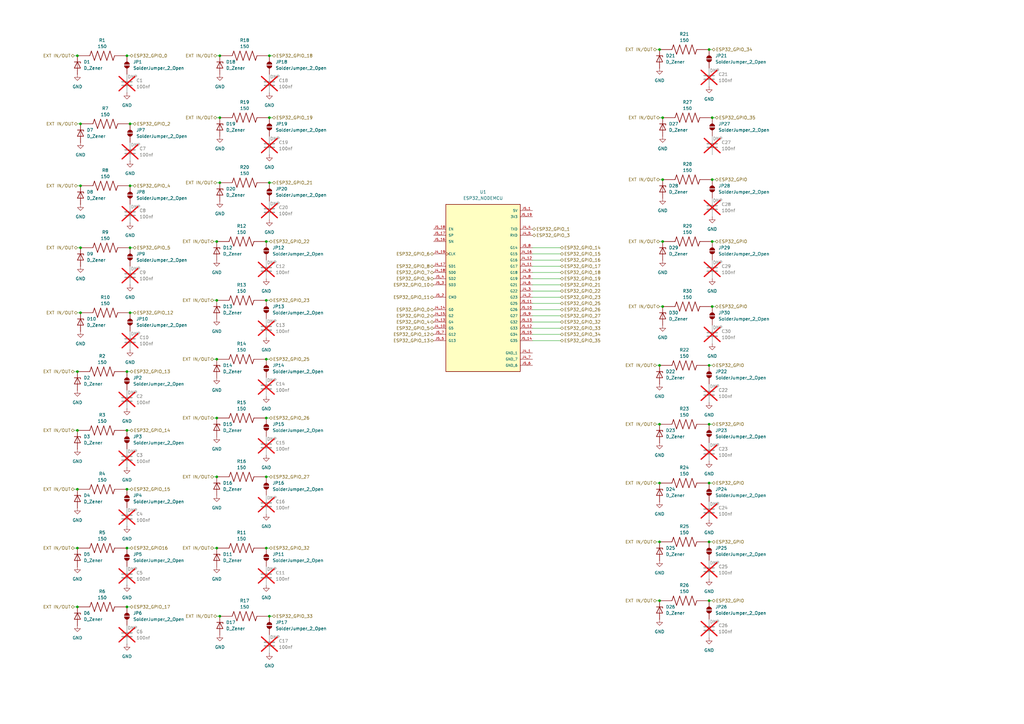
<source format=kicad_sch>
(kicad_sch (version 20250114) (generator "eeschema") (generator_version "9.0")
  (paper "A3")
  (junction (at 109.22 123.19))
  (junction (at 109.22 147.32))
  (junction (at 109.22 171.45))
  (junction (at 52.07 152.4))
  (junction (at 31.75 152.4))
  (junction (at 53.34 76.2))
  (junction (at 290.83 20.32))
  (junction (at 88.9 123.19))
  (junction (at 88.9 224.79))
  (junction (at 31.75 200.66))
  (junction (at 31.75 176.53))
  (junction (at 270.51 20.32))
  (junction (at 31.75 248.92))
  (junction (at 290.83 173.99))
  (junction (at 53.34 128.27))
  (junction (at 292.1 125.73))
  (junction (at 88.9 147.32))
  (junction (at 271.78 99.06))
  (junction (at 110.49 48.26))
  (junction (at 33.02 128.27))
  (junction (at 88.9 99.06))
  (junction (at 270.51 149.86))
  (junction (at 110.49 252.73))
  (junction (at 109.22 224.79))
  (junction (at 270.51 198.12))
  (junction (at 290.83 198.12))
  (junction (at 88.9 171.45))
  (junction (at 53.34 50.8))
  (junction (at 90.17 74.93))
  (junction (at 270.51 246.38))
  (junction (at 290.83 222.25))
  (junction (at 290.83 246.38))
  (junction (at 110.49 74.93))
  (junction (at 33.02 50.8))
  (junction (at 271.78 73.66))
  (junction (at 88.9 195.58))
  (junction (at 52.07 200.66))
  (junction (at 109.22 195.58))
  (junction (at 31.75 22.86))
  (junction (at 290.83 149.86))
  (junction (at 270.51 222.25))
  (junction (at 292.1 48.26))
  (junction (at 109.22 99.06))
  (junction (at 53.34 101.6))
  (junction (at 110.49 22.86))
  (junction (at 90.17 48.26))
  (junction (at 90.17 22.86))
  (junction (at 271.78 48.26))
  (junction (at 292.1 99.06))
  (junction (at 52.07 22.86))
  (junction (at 90.17 252.73))
  (junction (at 52.07 224.79))
  (junction (at 31.75 224.79))
  (junction (at 271.78 125.73))
  (junction (at 33.02 101.6))
  (junction (at 292.1 73.66))
  (junction (at 52.07 248.92))
  (junction (at 270.51 173.99))
  (junction (at 52.07 176.53))
  (junction (at 33.02 76.2))
  (wire (pts (xy 229.87 121.92) (xy 218.44 121.92)))
  (wire (pts (xy 30.48 176.53) (xy 31.75 176.53)))
  (wire (pts (xy 87.63 224.79) (xy 88.9 224.79)))
  (wire (pts (xy 110.49 48.26) (xy 111.76 48.26)))
  (wire (pts (xy 270.51 48.26) (xy 271.78 48.26)))
  (wire (pts (xy 87.63 99.06) (xy 88.9 99.06)))
  (wire (pts (xy 290.83 173.99) (xy 292.1 173.99)))
  (wire (pts (xy 290.83 20.32) (xy 292.1 20.32)))
  (wire (pts (xy 109.22 171.45) (xy 110.49 171.45)))
  (wire (pts (xy 109.22 224.79) (xy 110.49 224.79)))
  (wire (pts (xy 53.34 76.2) (xy 54.61 76.2)))
  (wire (pts (xy 269.24 198.12) (xy 270.51 198.12)))
  (wire (pts (xy 88.9 252.73) (xy 90.17 252.73)))
  (wire (pts (xy 110.49 22.86) (xy 111.76 22.86)))
  (wire (pts (xy 52.07 224.79) (xy 53.34 224.79)))
  (wire (pts (xy 88.9 48.26) (xy 90.17 48.26)))
  (wire (pts (xy 31.75 76.2) (xy 33.02 76.2)))
  (wire (pts (xy 229.87 132.08) (xy 218.44 132.08)))
  (wire (pts (xy 110.49 252.73) (xy 111.76 252.73)))
  (wire (pts (xy 269.24 20.32) (xy 270.51 20.32)))
  (wire (pts (xy 290.83 149.86) (xy 292.1 149.86)))
  (wire (pts (xy 30.48 248.92) (xy 31.75 248.92)))
  (wire (pts (xy 88.9 74.93) (xy 90.17 74.93)))
  (wire (pts (xy 292.1 125.73) (xy 293.37 125.73)))
  (wire (pts (xy 229.87 111.76) (xy 218.44 111.76)))
  (wire (pts (xy 52.07 22.86) (xy 53.34 22.86)))
  (wire (pts (xy 31.75 50.8) (xy 33.02 50.8)))
  (wire (pts (xy 229.87 134.62) (xy 218.44 134.62)))
  (wire (pts (xy 53.34 101.6) (xy 54.61 101.6)))
  (wire (pts (xy 229.87 116.84) (xy 218.44 116.84)))
  (wire (pts (xy 292.1 48.26) (xy 293.37 48.26)))
  (wire (pts (xy 87.63 195.58) (xy 88.9 195.58)))
  (wire (pts (xy 31.75 101.6) (xy 33.02 101.6)))
  (wire (pts (xy 30.48 200.66) (xy 31.75 200.66)))
  (wire (pts (xy 52.07 200.66) (xy 53.34 200.66)))
  (wire (pts (xy 52.07 152.4) (xy 53.34 152.4)))
  (wire (pts (xy 290.83 246.38) (xy 292.1 246.38)))
  (wire (pts (xy 88.9 22.86) (xy 90.17 22.86)))
  (wire (pts (xy 229.87 104.14) (xy 218.44 104.14)))
  (wire (pts (xy 290.83 222.25) (xy 292.1 222.25)))
  (wire (pts (xy 269.24 149.86) (xy 270.51 149.86)))
  (wire (pts (xy 290.83 198.12) (xy 292.1 198.12)))
  (wire (pts (xy 270.51 125.73) (xy 271.78 125.73)))
  (wire (pts (xy 53.34 128.27) (xy 54.61 128.27)))
  (wire (pts (xy 229.87 137.16) (xy 218.44 137.16)))
  (wire (pts (xy 52.07 248.92) (xy 53.34 248.92)))
  (wire (pts (xy 229.87 129.54) (xy 218.44 129.54)))
  (wire (pts (xy 109.22 123.19) (xy 110.49 123.19)))
  (wire (pts (xy 269.24 222.25) (xy 270.51 222.25)))
  (wire (pts (xy 109.22 99.06) (xy 110.49 99.06)))
  (wire (pts (xy 229.87 127) (xy 218.44 127)))
  (wire (pts (xy 53.34 50.8) (xy 54.61 50.8)))
  (wire (pts (xy 229.87 124.46) (xy 218.44 124.46)))
  (wire (pts (xy 270.51 73.66) (xy 271.78 73.66)))
  (wire (pts (xy 229.87 139.7) (xy 218.44 139.7)))
  (wire (pts (xy 110.49 74.93) (xy 111.76 74.93)))
  (wire (pts (xy 109.22 195.58) (xy 110.49 195.58)))
  (wire (pts (xy 229.87 106.68) (xy 218.44 106.68)))
  (wire (pts (xy 292.1 73.66) (xy 293.37 73.66)))
  (wire (pts (xy 229.87 114.3) (xy 218.44 114.3)))
  (wire (pts (xy 229.87 109.22) (xy 218.44 109.22)))
  (wire (pts (xy 87.63 123.19) (xy 88.9 123.19)))
  (wire (pts (xy 52.07 176.53) (xy 53.34 176.53)))
  (wire (pts (xy 269.24 246.38) (xy 270.51 246.38)))
  (wire (pts (xy 229.87 101.6) (xy 218.44 101.6)))
  (wire (pts (xy 292.1 99.06) (xy 293.37 99.06)))
  (wire (pts (xy 87.63 171.45) (xy 88.9 171.45)))
  (wire (pts (xy 30.48 224.79) (xy 31.75 224.79)))
  (wire (pts (xy 229.87 119.38) (xy 218.44 119.38)))
  (wire (pts (xy 30.48 152.4) (xy 31.75 152.4)))
  (wire (pts (xy 31.75 128.27) (xy 33.02 128.27)))
  (wire (pts (xy 269.24 173.99) (xy 270.51 173.99)))
  (wire (pts (xy 87.63 147.32) (xy 88.9 147.32)))
  (wire (pts (xy 270.51 99.06) (xy 271.78 99.06)))
  (wire (pts (xy 109.22 147.32) (xy 110.49 147.32)))
  (wire (pts (xy 30.48 22.86) (xy 31.75 22.86)))
  (hierarchical_label "EXT IN{slash}OUT" (shape bidirectional) (at 88.9 252.73 180))
  (hierarchical_label "ESP32_GPIO" (shape bidirectional) (at 292.1 222.25 0))
  (hierarchical_label "ESP32_GPIO­_1" (shape bidirectional) (at 218.44 93.98 0))
  (hierarchical_label "ESP32_GPIO_9" (shape bidirectional) (at 177.8 114.3 180))
  (hierarchical_label "ESP32_GPIO" (shape bidirectional) (at 293.37 73.66 0))
  (hierarchical_label "ESP32_GPIO_34" (shape bidirectional) (at 292.1 20.32 0))
  (hierarchical_label "ESP32_GPIO_5" (shape bidirectional) (at 177.8 134.62 180))
  (hierarchical_label "EXT IN{slash}OUT" (shape bidirectional) (at 269.24 173.99 180))
  (hierarchical_label "EXT IN{slash}OUT" (shape bidirectional) (at 31.75 128.27 180))
  (hierarchical_label "ESP32_GPIO_0" (shape bidirectional) (at 177.8 127 180))
  (hierarchical_label "ESP32_GPIO_2" (shape bidirectional) (at 54.61 50.8 0))
  (hierarchical_label "EXT IN{slash}OUT" (shape bidirectional) (at 269.24 222.25 180))
  (hierarchical_label "ESP32_GPIO" (shape bidirectional) (at 292.1 246.38 0))
  (hierarchical_label "ESP32_GPIO_21" (shape bidirectional) (at 229.87 116.84 0))
  (hierarchical_label "ESP32_GPIO_22" (shape bidirectional) (at 229.87 119.38 0))
  (hierarchical_label "ESP32_GPIO_10" (shape bidirectional) (at 177.8 116.84 180))
  (hierarchical_label "EXT IN{slash}OUT" (shape bidirectional) (at 30.48 224.79 180))
  (hierarchical_label "EXT IN{slash}OUT" (shape bidirectional) (at 269.24 20.32 180))
  (hierarchical_label "ESP32_GPIO_34" (shape bidirectional) (at 229.87 137.16 0))
  (hierarchical_label "EXT IN{slash}OUT" (shape bidirectional) (at 270.51 48.26 180))
  (hierarchical_label "ESP32_GPIO_18" (shape bidirectional) (at 111.76 22.86 0))
  (hierarchical_label "ESP32_GPIO_12" (shape bidirectional) (at 177.8 137.16 180))
  (hierarchical_label "ESP32_GPIO" (shape bidirectional) (at 292.1 149.86 0))
  (hierarchical_label "ESP32_GPIO_4" (shape bidirectional) (at 177.8 132.08 180))
  (hierarchical_label "ESP32_GPIO_4" (shape bidirectional) (at 54.61 76.2 0))
  (hierarchical_label "EXT IN{slash}OUT" (shape bidirectional) (at 30.48 248.92 180))
  (hierarchical_label "EXT IN{slash}OUT" (shape bidirectional) (at 87.63 99.06 180))
  (hierarchical_label "ESP32_GPIO" (shape bidirectional) (at 292.1 173.99 0))
  (hierarchical_label "ESP32_GPIO" (shape bidirectional) (at 293.37 125.73 0))
  (hierarchical_label "ESP32_GPIO_25" (shape bidirectional) (at 229.87 124.46 0))
  (hierarchical_label "ESP32_GPIO_21" (shape bidirectional) (at 111.76 74.93 0))
  (hierarchical_label "EXT IN{slash}OUT" (shape bidirectional) (at 88.9 74.93 180))
  (hierarchical_label "EXT IN{slash}OUT" (shape bidirectional) (at 269.24 198.12 180))
  (hierarchical_label "ESP32_GPIO_2" (shape bidirectional) (at 177.8 129.54 180))
  (hierarchical_label "ESP32_GPIO_26" (shape bidirectional) (at 110.49 171.45 0))
  (hierarchical_label "ESP32_GPIO_23" (shape bidirectional) (at 229.87 121.92 0))
  (hierarchical_label "ESP32_GPIO_12" (shape bidirectional) (at 54.61 128.27 0))
  (hierarchical_label "ESP32_GPIO_13" (shape bidirectional) (at 53.34 152.4 0))
  (hierarchical_label "ESP32_GPIO_13" (shape bidirectional) (at 177.8 139.7 180))
  (hierarchical_label "ESP32_GPIO_32" (shape bidirectional) (at 229.87 132.08 0))
  (hierarchical_label "ESP32_GPIO_35" (shape bidirectional) (at 293.37 48.26 0))
  (hierarchical_label "ESP32_GPIO_27" (shape bidirectional) (at 229.87 129.54 0))
  (hierarchical_label "ESP32_GPIO_14" (shape bidirectional) (at 53.34 176.53 0))
  (hierarchical_label "ESP32_GPIO_15" (shape bidirectional) (at 229.87 104.14 0))
  (hierarchical_label "ESP32_GPIO_8" (shape bidirectional) (at 177.8 109.22 180))
  (hierarchical_label "ESP32_GPIO_26" (shape bidirectional) (at 229.87 127 0))
  (hierarchical_label "ESP32_GPIO" (shape bidirectional) (at 292.1 198.12 0))
  (hierarchical_label "ESP32_GPIO_0" (shape bidirectional) (at 53.34 22.86 0))
  (hierarchical_label "ESP32_GPIO" (shape bidirectional) (at 293.37 99.06 0))
  (hierarchical_label "ESP32_GPIO_17" (shape bidirectional) (at 229.87 109.22 0))
  (hierarchical_label "ESP32_GPIO_33" (shape bidirectional) (at 111.76 252.73 0))
  (hierarchical_label "ESP32_GPIO_18" (shape bidirectional) (at 229.87 111.76 0))
  (hierarchical_label "ESP32_GPIO_19" (shape bidirectional) (at 111.76 48.26 0))
  (hierarchical_label "ESP32_GPIO_11" (shape bidirectional) (at 177.8 121.92 180))
  (hierarchical_label "EXT IN{slash}OUT" (shape bidirectional) (at 31.75 76.2 180))
  (hierarchical_label "ESP32_GPIO_6" (shape bidirectional) (at 177.8 104.14 180))
  (hierarchical_label "ESP32_GPIO_5" (shape bidirectional) (at 54.61 101.6 0))
  (hierarchical_label "EXT IN{slash}OUT" (shape bidirectional) (at 269.24 246.38 180))
  (hierarchical_label "EXT IN{slash}OUT" (shape bidirectional) (at 30.48 176.53 180))
  (hierarchical_label "ESP32_GPIO_7" (shape bidirectional) (at 177.8 111.76 180))
  (hierarchical_label "ESP32_GPIO_27" (shape bidirectional) (at 110.49 195.58 0))
  (hierarchical_label "EXT IN{slash}OUT" (shape bidirectional) (at 30.48 22.86 180))
  (hierarchical_label "EXT IN{slash}OUT" (shape bidirectional) (at 87.63 195.58 180))
  (hierarchical_label "ESP32_GPIO_32" (shape bidirectional) (at 110.49 224.79 0))
  (hierarchical_label "EXT IN{slash}OUT" (shape bidirectional) (at 87.63 147.32 180))
  (hierarchical_label "ESP32_GPIO­_22" (shape bidirectional) (at 110.49 99.06 0))
  (hierarchical_label "ESP32_GPIO_16" (shape bidirectional) (at 229.87 106.68 0))
  (hierarchical_label "ESP32_GPIO_23" (shape bidirectional) (at 110.49 123.19 0))
  (hierarchical_label "EXT IN{slash}OUT" (shape bidirectional) (at 269.24 149.86 180))
  (hierarchical_label "EXT IN{slash}OUT" (shape bidirectional) (at 87.63 171.45 180))
  (hierarchical_label "EXT IN{slash}OUT" (shape bidirectional) (at 270.51 73.66 180))
  (hierarchical_label "ESP32_GPIO­_3" (shape bidirectional) (at 218.44 96.52 0))
  (hierarchical_label "ESP32_GPIO_25" (shape bidirectional) (at 110.49 147.32 0))
  (hierarchical_label "ESP32_GPIO_35" (shape bidirectional) (at 229.87 139.7 0))
  (hierarchical_label "ESP32_GPIO_15" (shape bidirectional) (at 53.34 200.66 0))
  (hierarchical_label "ESP32_GPIO_33" (shape bidirectional) (at 229.87 134.62 0))
  (hierarchical_label "EXT IN{slash}OUT" (shape bidirectional) (at 87.63 123.19 180))
  (hierarchical_label "EXT IN{slash}OUT" (shape bidirectional) (at 270.51 99.06 180))
  (hierarchical_label "EXT IN{slash}OUT" (shape bidirectional) (at 87.63 224.79 180))
  (hierarchical_label "EXT IN{slash}OUT" (shape bidirectional) (at 88.9 22.86 180))
  (hierarchical_label "EXT IN{slash}OUT" (shape bidirectional) (at 88.9 48.26 180))
  (hierarchical_label "EXT IN{slash}OUT" (shape bidirectional) (at 31.75 101.6 180))
  (hierarchical_label "ESP32_GPIO_19" (shape bidirectional) (at 229.87 114.3 0))
  (hierarchical_label "ESP32_GPIO_17" (shape bidirectional) (at 53.34 248.92 0))
  (hierarchical_label "EXT IN{slash}OUT" (shape bidirectional) (at 31.75 50.8 180))
  (hierarchical_label "ESP32_GPIO16" (shape bidirectional) (at 53.34 224.79 0))
  (hierarchical_label "ESP32_GPIO­_14" (shape bidirectional) (at 229.87 101.6 0))
  (hierarchical_label "EXT IN{slash}OUT" (shape bidirectional) (at 270.51 125.73 180))
  (hierarchical_label "EXT IN{slash}OUT" (shape bidirectional) (at 30.48 152.4 180))
  (hierarchical_label "EXT IN{slash}OUT" (shape bidirectional) (at 30.48 200.66 180))
  (symbol (lib_id "Jumper:SolderJumper_2_Open") (at 290.83 250.19 90) (unit 1) (in_bom no)
    (property "Reference" "JP26" (at 293.37 248.9199 90) (effects (justify right)))
    (property "Value" "SolderJumper_2_Open" (at 293.37 251.4599 90) (effects (justify right)))
    (property "Footprint" "Jumper:SolderJumper-2_P1.3mm_Open_Pad1.0x1.5mm" (effects (hide yes)))
    (property "Description" "Solder Jumper, 2-pole, open" (effects (hide yes)))
  )
  (symbol (lib_id "Device:D_Zener") (at 88.9 175.26 270) (unit 1)
    (property "Reference" "D15" (at 91.44 173.9899 90) (effects (justify left)))
    (property "Value" "D_Zener" (at 91.44 176.5299 90) (effects (justify left)))
    (property "Footprint" "Diode_SMD:D_SOD-882" (effects (hide yes)))
    (property "Description" "Zener diode" (effects (hide yes)))
  )
  (symbol (lib_id "Device:D_Zener") (at 271.78 102.87 270) (unit 1)
    (property "Reference" "D29" (at 274.32 101.5999 90) (effects (justify left)))
    (property "Value" "D_Zener" (at 274.32 104.1399 90) (effects (justify left)))
    (property "Footprint" "Diode_SMD:D_SOD-882" (effects (hide yes)))
    (property "Description" "Zener diode" (effects (hide yes)))
  )
  (symbol (lib_id "power:GND") (at 290.83 189.23 0) (unit 1)
    (property "Reference" "#PWR053" (effects (hide yes)))
    (property "Value" "GND" (at 290.83 194.31 0))
    (property "Description" "Power symbol creates a global label with name \"GND\" , ground" (effects (hide yes)))
  )
  (symbol (lib_id "RC0805FR-07330RL:RC0805FR-07330RL") (at 41.91 22.86 0) (unit 1)
    (property "Reference" "R1" (at 41.91 16.51 0))
    (property "Value" "150" (at 41.91 19.05 0))
    (property "Footprint" "RC0805FR-07330RL:RESC2012X60N" (effects (hide yes)))
  )
  (symbol (lib_id "power:GND") (at 31.75 256.54 0) (unit 1)
    (property "Reference" "#PWR06" (effects (hide yes)))
    (property "Value" "GND" (at 31.75 261.62 0))
    (property "Description" "Power symbol creates a global label with name \"GND\" , ground" (effects (hide yes)))
  )
  (symbol (lib_id "power:GND") (at 270.51 229.87 0) (unit 1)
    (property "Reference" "#PWR045" (effects (hide yes)))
    (property "Value" "GND" (at 270.51 234.95 0))
    (property "Description" "Power symbol creates a global label with name \"GND\" , ground" (effects (hide yes)))
  )
  (symbol (lib_id "power:GND") (at 270.51 157.48 0) (unit 1)
    (property "Reference" "#PWR042" (effects (hide yes)))
    (property "Value" "GND" (at 270.51 162.56 0))
    (property "Description" "Power symbol creates a global label with name \"GND\" , ground" (effects (hide yes)))
  )
  (symbol (lib_id "RC0805FR-07330RL:RC0805FR-07330RL") (at 43.18 50.8 0) (unit 1)
    (property "Reference" "R7" (at 43.18 44.45 0))
    (property "Value" "150" (at 43.18 46.99 0))
    (property "Footprint" "RC0805FR-07330RL:RESC2012X60N" (effects (hide yes)))
  )
  (symbol (lib_id "Jumper:SolderJumper_2_Open") (at 109.22 228.6 90) (unit 1) (in_bom no)
    (property "Reference" "JP11" (at 111.76 227.3299 90) (effects (justify right)))
    (property "Value" "SolderJumper_2_Open" (at 111.76 229.8699 90) (effects (justify right)))
    (property "Footprint" "Jumper:SolderJumper-2_P1.3mm_Open_Pad1.0x1.5mm" (effects (hide yes)))
    (property "Description" "Solder Jumper, 2-pole, open" (effects (hide yes)))
  )
  (symbol (lib_id "power:GND") (at 290.83 237.49 0) (unit 1)
    (property "Reference" "#PWR055" (effects (hide yes)))
    (property "Value" "GND" (at 290.83 242.57 0))
    (property "Description" "Power symbol creates a global label with name \"GND\" , ground" (effects (hide yes)))
  )
  (symbol (lib_id "Jumper:SolderJumper_2_Open") (at 52.07 252.73 90) (unit 1) (in_bom no)
    (property "Reference" "JP6" (at 54.61 251.4599 90) (effects (justify right)))
    (property "Value" "SolderJumper_2_Open" (at 54.61 253.9999 90) (effects (justify right)))
    (property "Footprint" "Jumper:SolderJumper-2_P1.3mm_Open_Pad1.0x1.5mm" (effects (hide yes)))
    (property "Description" "Solder Jumper, 2-pole, open" (effects (hide yes)))
  )
  (symbol (lib_id "Device:C") (at 292.1 85.09 0) (unit 1) (dnp yes)
    (property "Reference" "C28" (at 295.91 83.8199 0) (effects (justify left)))
    (property "Value" "100nf" (at 295.91 86.3599 0) (effects (justify left)))
    (property "Footprint" "Capacitor_SMD:C_0805_2012Metric" (effects (hide yes)))
    (property "Description" "Unpolarized capacitor" (effects (hide yes)))
    (property "Assembly" "DNP" (at 294.386 82.296 0))
  )
  (symbol (lib_id "power:GND") (at 110.49 90.17 0) (unit 1)
    (property "Reference" "#PWR040" (effects (hide yes)))
    (property "Value" "GND" (at 110.49 95.25 0))
    (property "Description" "Power symbol creates a global label with name \"GND\" , ground" (effects (hide yes)))
  )
  (symbol (lib_id "RC0805FR-07330RL:RC0805FR-07330RL") (at 41.91 200.66 0) (unit 1)
    (property "Reference" "R4" (at 41.91 194.31 0))
    (property "Value" "150" (at 41.91 196.85 0))
    (property "Footprint" "RC0805FR-07330RL:RESC2012X60N" (effects (hide yes)))
  )
  (symbol (lib_id "Device:C") (at 290.83 31.75 0) (unit 1) (dnp yes)
    (property "Reference" "C21" (at 294.64 30.4799 0) (effects (justify left)))
    (property "Value" "100nf" (at 294.64 33.0199 0) (effects (justify left)))
    (property "Footprint" "Capacitor_SMD:C_0805_2012Metric" (effects (hide yes)))
    (property "Description" "Unpolarized capacitor" (effects (hide yes)))
    (property "Assembly" "DNP" (at 293.116 28.956 0))
  )
  (symbol (lib_id "power:GND") (at 88.9 106.68 0) (unit 1)
    (property "Reference" "#PWR022" (effects (hide yes)))
    (property "Value" "GND" (at 88.9 111.76 0))
    (property "Description" "Power symbol creates a global label with name \"GND\" , ground" (effects (hide yes)))
  )
  (symbol (lib_id "Jumper:SolderJumper_2_Open") (at 53.34 105.41 90) (unit 1) (in_bom no)
    (property "Reference" "JP9" (at 55.88 104.1399 90) (effects (justify right)))
    (property "Value" "SolderJumper_2_Open" (at 55.88 106.6799 90) (effects (justify right)))
    (property "Footprint" "Jumper:SolderJumper-2_P1.3mm_Open_Pad1.0x1.5mm" (effects (hide yes)))
    (property "Description" "Solder Jumper, 2-pole, open" (effects (hide yes)))
  )
  (symbol (lib_id "Device:C") (at 109.22 134.62 0) (unit 1) (dnp yes)
    (property "Reference" "C13" (at 113.03 133.3499 0) (effects (justify left)))
    (property "Value" "100nf" (at 113.03 135.8899 0) (effects (justify left)))
    (property "Footprint" "Capacitor_SMD:C_0805_2012Metric" (effects (hide yes)))
    (property "Description" "Unpolarized capacitor" (effects (hide yes)))
    (property "Assembly" "DNP" (at 111.506 131.826 0))
  )
  (symbol (lib_id "power:GND") (at 270.51 254 0) (unit 1)
    (property "Reference" "#PWR046" (effects (hide yes)))
    (property "Value" "GND" (at 270.51 259.08 0))
    (property "Description" "Power symbol creates a global label with name \"GND\" , ground" (effects (hide yes)))
  )
  (symbol (lib_id "RC0805FR-07330RL:RC0805FR-07330RL") (at 43.18 76.2 0) (unit 1)
    (property "Reference" "R8" (at 43.18 69.85 0))
    (property "Value" "150" (at 43.18 72.39 0))
    (property "Footprint" "RC0805FR-07330RL:RESC2012X60N" (effects (hide yes)))
  )
  (symbol (lib_id "power:GND") (at 52.07 264.16 0) (unit 1)
    (property "Reference" "#PWR016" (effects (hide yes)))
    (property "Value" "GND" (at 52.07 269.24 0))
    (property "Description" "Power symbol creates a global label with name \"GND\" , ground" (effects (hide yes)))
  )
  (symbol (lib_id "Device:D_Zener") (at 31.75 228.6 270) (unit 1)
    (property "Reference" "D5" (at 34.29 227.3299 90) (effects (justify left)))
    (property "Value" "D_Zener" (at 34.29 229.8699 90) (effects (justify left)))
    (property "Footprint" "Diode_SMD:D_SOD-882" (effects (hide yes)))
    (property "Description" "Zener diode" (effects (hide yes)))
  )
  (symbol (lib_id "RC0805FR-07330RL:RC0805FR-07330RL") (at 99.06 171.45 0) (unit 1)
    (property "Reference" "R15" (at 99.06 165.1 0))
    (property "Value" "150" (at 99.06 167.64 0))
    (property "Footprint" "RC0805FR-07330RL:RESC2012X60N" (effects (hide yes)))
  )
  (symbol (lib_id "power:GND") (at 109.22 186.69 0) (unit 1)
    (property "Reference" "#PWR035" (effects (hide yes)))
    (property "Value" "GND" (at 109.22 191.77 0))
    (property "Description" "Power symbol creates a global label with name \"GND\" , ground" (effects (hide yes)))
  )
  (symbol (lib_id "Device:C") (at 110.49 264.16 0) (unit 1) (dnp yes)
    (property "Reference" "C17" (at 114.3 262.8899 0) (effects (justify left)))
    (property "Value" "100nf" (at 114.3 265.4299 0) (effects (justify left)))
    (property "Footprint" "Capacitor_SMD:C_0805_2012Metric" (effects (hide yes)))
    (property "Description" "Unpolarized capacitor" (effects (hide yes)))
    (property "Assembly" "DNP" (at 112.776 261.366 0))
  )
  (symbol (lib_id "Device:D_Zener") (at 270.51 226.06 270) (unit 1)
    (property "Reference" "D25" (at 273.05 224.7899 90) (effects (justify left)))
    (property "Value" "D_Zener" (at 273.05 227.3299 90) (effects (justify left)))
    (property "Footprint" "Diode_SMD:D_SOD-882" (effects (hide yes)))
    (property "Description" "Zener diode" (effects (hide yes)))
  )
  (symbol (lib_id "Jumper:SolderJumper_2_Open") (at 110.49 52.07 90) (unit 1) (in_bom no)
    (property "Reference" "JP19" (at 113.03 50.7999 90) (effects (justify right)))
    (property "Value" "SolderJumper_2_Open" (at 113.03 53.3399 90) (effects (justify right)))
    (property "Footprint" "Jumper:SolderJumper-2_P1.3mm_Open_Pad1.0x1.5mm" (effects (hide yes)))
    (property "Description" "Solder Jumper, 2-pole, open" (effects (hide yes)))
  )
  (symbol (lib_id "power:GND") (at 110.49 38.1 0) (unit 1)
    (property "Reference" "#PWR038" (effects (hide yes)))
    (property "Value" "GND" (at 110.49 43.18 0))
    (property "Description" "Power symbol creates a global label with name \"GND\" , ground" (effects (hide yes)))
  )
  (symbol (lib_id "Device:D_Zener") (at 33.02 80.01 270) (unit 1)
    (property "Reference" "D8" (at 35.56 78.7399 90) (effects (justify left)))
    (property "Value" "D_Zener" (at 35.56 81.2799 90) (effects (justify left)))
    (property "Footprint" "Diode_SMD:D_SOD-882" (effects (hide yes)))
    (property "Description" "Zener diode" (effects (hide yes)))
  )
  (symbol (lib_id "Device:C") (at 52.07 34.29 0) (unit 1) (dnp yes)
    (property "Reference" "C1" (at 55.88 33.0199 0) (effects (justify left)))
    (property "Value" "100nf" (at 55.88 35.5599 0) (effects (justify left)))
    (property "Footprint" "Capacitor_SMD:C_0805_2012Metric" (effects (hide yes)))
    (property "Description" "Unpolarized capacitor" (effects (hide yes)))
    (property "Assembly" "DNP" (at 54.356 31.496 0))
  )
  (symbol (lib_id "Device:C") (at 292.1 110.49 0) (unit 1) (dnp yes)
    (property "Reference" "C29" (at 295.91 109.2199 0) (effects (justify left)))
    (property "Value" "100nf" (at 295.91 111.7599 0) (effects (justify left)))
    (property "Footprint" "Capacitor_SMD:C_0805_2012Metric" (effects (hide yes)))
    (property "Description" "Unpolarized capacitor" (effects (hide yes)))
    (property "Assembly" "DNP" (at 294.386 107.696 0))
  )
  (symbol (lib_id "Jumper:SolderJumper_2_Open") (at 52.07 228.6 90) (unit 1) (in_bom no)
    (property "Reference" "JP5" (at 54.61 227.3299 90) (effects (justify right)))
    (property "Value" "SolderJumper_2_Open" (at 54.61 229.8699 90) (effects (justify right)))
    (property "Footprint" "Jumper:SolderJumper-2_P1.3mm_Open_Pad1.0x1.5mm" (effects (hide yes)))
    (property "Description" "Solder Jumper, 2-pole, open" (effects (hide yes)))
  )
  (symbol (lib_id "power:GND") (at 290.83 261.62 0) (unit 1)
    (property "Reference" "#PWR056" (effects (hide yes)))
    (property "Value" "GND" (at 290.83 266.7 0))
    (property "Description" "Power symbol creates a global label with name \"GND\" , ground" (effects (hide yes)))
  )
  (symbol (lib_id "RC0805FR-07330RL:RC0805FR-07330RL") (at 99.06 123.19 0) (unit 1)
    (property "Reference" "R13" (at 99.06 116.84 0))
    (property "Value" "150" (at 99.06 119.38 0))
    (property "Footprint" "RC0805FR-07330RL:RESC2012X60N" (effects (hide yes)))
  )
  (symbol (lib_id "Device:D_Zener") (at 270.51 177.8 270) (unit 1)
    (property "Reference" "D23" (at 273.05 176.5299 90) (effects (justify left)))
    (property "Value" "D_Zener" (at 273.05 179.0699 90) (effects (justify left)))
    (property "Footprint" "Diode_SMD:D_SOD-882" (effects (hide yes)))
    (property "Description" "Zener diode" (effects (hide yes)))
  )
  (symbol (lib_id "Device:C") (at 52.07 236.22 0) (unit 1) (dnp yes)
    (property "Reference" "C5" (at 55.88 234.9499 0) (effects (justify left)))
    (property "Value" "100nf" (at 55.88 237.4899 0) (effects (justify left)))
    (property "Footprint" "Capacitor_SMD:C_0805_2012Metric" (effects (hide yes)))
    (property "Description" "Unpolarized capacitor" (effects (hide yes)))
    (property "Assembly" "DNP" (at 54.356 233.426 0))
  )
  (symbol (lib_id "power:GND") (at 290.83 165.1 0) (unit 1)
    (property "Reference" "#PWR052" (effects (hide yes)))
    (property "Value" "GND" (at 290.83 170.18 0))
    (property "Description" "Power symbol creates a global label with name \"GND\" , ground" (effects (hide yes)))
  )
  (symbol (lib_id "Jumper:SolderJumper_2_Open") (at 53.34 80.01 90) (unit 1) (in_bom no)
    (property "Reference" "JP8" (at 55.88 78.7399 90) (effects (justify right)))
    (property "Value" "SolderJumper_2_Open" (at 55.88 81.2799 90) (effects (justify right)))
    (property "Footprint" "Jumper:SolderJumper-2_P1.3mm_Open_Pad1.0x1.5mm" (effects (hide yes)))
    (property "Description" "Solder Jumper, 2-pole, open" (effects (hide yes)))
  )
  (symbol (lib_id "power:GND") (at 271.78 55.88 0) (unit 1)
    (property "Reference" "#PWR047" (effects (hide yes)))
    (property "Value" "GND" (at 271.78 60.96 0))
    (property "Description" "Power symbol creates a global label with name \"GND\" , ground" (effects (hide yes)))
  )
  (symbol (lib_id "RC0805FR-07330RL:RC0805FR-07330RL") (at 41.91 248.92 0) (unit 1)
    (property "Reference" "R6" (at 41.91 242.57 0))
    (property "Value" "150" (at 41.91 245.11 0))
    (property "Footprint" "RC0805FR-07330RL:RESC2012X60N" (effects (hide yes)))
  )
  (symbol (lib_id "power:GND") (at 109.22 210.82 0) (unit 1)
    (property "Reference" "#PWR036" (effects (hide yes)))
    (property "Value" "GND" (at 109.22 215.9 0))
    (property "Description" "Power symbol creates a global label with name \"GND\" , ground" (effects (hide yes)))
  )
  (symbol (lib_id "Device:D_Zener") (at 88.9 228.6 270) (unit 1)
    (property "Reference" "D11" (at 91.44 227.3299 90) (effects (justify left)))
    (property "Value" "D_Zener" (at 91.44 229.8699 90) (effects (justify left)))
    (property "Footprint" "Diode_SMD:D_SOD-882" (effects (hide yes)))
    (property "Description" "Zener diode" (effects (hide yes)))
  )
  (symbol (lib_id "Device:C") (at 52.07 187.96 0) (unit 1) (dnp yes)
    (property "Reference" "C3" (at 55.88 186.6899 0) (effects (justify left)))
    (property "Value" "100nf" (at 55.88 189.2299 0) (effects (justify left)))
    (property "Footprint" "Capacitor_SMD:C_0805_2012Metric" (effects (hide yes)))
    (property "Description" "Unpolarized capacitor" (effects (hide yes)))
    (property "Assembly" "DNP" (at 54.356 185.166 0))
  )
  (symbol (lib_id "Jumper:SolderJumper_2_Open") (at 109.22 102.87 90) (unit 1) (in_bom no)
    (property "Reference" "JP12" (at 111.76 101.5999 90) (effects (justify right)))
    (property "Value" "SolderJumper_2_Open" (at 111.76 104.1399 90) (effects (justify right)))
    (property "Footprint" "Jumper:SolderJumper-2_P1.3mm_Open_Pad1.0x1.5mm" (effects (hide yes)))
    (property "Description" "Solder Jumper, 2-pole, open" (effects (hide yes)))
  )
  (symbol (lib_id "Device:C") (at 290.83 233.68 0) (unit 1) (dnp yes)
    (property "Reference" "C25" (at 294.64 232.4099 0) (effects (justify left)))
    (property "Value" "100nf" (at 294.64 234.9499 0) (effects (justify left)))
    (property "Footprint" "Capacitor_SMD:C_0805_2012Metric" (effects (hide yes)))
    (property "Description" "Unpolarized capacitor" (effects (hide yes)))
    (property "Assembly" "DNP" (at 293.116 230.886 0))
  )
  (symbol (lib_id "RC0805FR-07330RL:RC0805FR-07330RL") (at 280.67 20.32 0) (unit 1)
    (property "Reference" "R21" (at 280.67 13.97 0))
    (property "Value" "150" (at 280.67 16.51 0))
    (property "Footprint" "RC0805FR-07330RL:RESC2012X60N" (effects (hide yes)))
  )
  (symbol (lib_id "Device:D_Zener") (at 90.17 256.54 270) (unit 1)
    (property "Reference" "D17" (at 92.71 255.2699 90) (effects (justify left)))
    (property "Value" "D_Zener" (at 92.71 257.8099 90) (effects (justify left)))
    (property "Footprint" "Diode_SMD:D_SOD-882" (effects (hide yes)))
    (property "Description" "Zener diode" (effects (hide yes)))
  )
  (symbol (lib_id "Device:D_Zener") (at 33.02 105.41 270) (unit 1)
    (property "Reference" "D9" (at 35.56 104.1399 90) (effects (justify left)))
    (property "Value" "D_Zener" (at 35.56 106.6799 90) (effects (justify left)))
    (property "Footprint" "Diode_SMD:D_SOD-882" (effects (hide yes)))
    (property "Description" "Zener diode" (effects (hide yes)))
  )
  (symbol (lib_id "power:GND") (at 110.49 267.97 0) (unit 1)
    (property "Reference" "#PWR037" (effects (hide yes)))
    (property "Value" "GND" (at 110.49 273.05 0))
    (property "Description" "Power symbol creates a global label with name \"GND\" , ground" (effects (hide yes)))
  )
  (symbol (lib_id "power:GND") (at 88.9 232.41 0) (unit 1)
    (property "Reference" "#PWR021" (effects (hide yes)))
    (property "Value" "GND" (at 88.9 237.49 0))
    (property "Description" "Power symbol creates a global label with name \"GND\" , ground" (effects (hide yes)))
  )
  (symbol (lib_id "Device:C") (at 290.83 209.55 0) (unit 1) (dnp yes)
    (property "Reference" "C24" (at 294.64 208.2799 0) (effects (justify left)))
    (property "Value" "100nf" (at 294.64 210.8199 0) (effects (justify left)))
    (property "Footprint" "Capacitor_SMD:C_0805_2012Metric" (effects (hide yes)))
    (property "Description" "Unpolarized capacitor" (effects (hide yes)))
    (property "Assembly" "DNP" (at 293.116 206.756 0))
  )
  (symbol (lib_id "power:GND") (at 90.17 82.55 0) (unit 1)
    (property "Reference" "#PWR030" (effects (hide yes)))
    (property "Value" "GND" (at 90.17 87.63 0))
    (property "Description" "Power symbol creates a global label with name \"GND\" , ground" (effects (hide yes)))
  )
  (symbol (lib_id "power:GND") (at 292.1 114.3 0) (unit 1)
    (property "Reference" "#PWR059" (effects (hide yes)))
    (property "Value" "GND" (at 292.1 119.38 0))
    (property "Description" "Power symbol creates a global label with name \"GND\" , ground" (effects (hide yes)))
  )
  (symbol (lib_id "RC0805FR-07330RL:RC0805FR-07330RL") (at 99.06 147.32 0) (unit 1)
    (property "Reference" "R14" (at 99.06 140.97 0))
    (property "Value" "150" (at 99.06 143.51 0))
    (property "Footprint" "RC0805FR-07330RL:RESC2012X60N" (effects (hide yes)))
  )
  (symbol (lib_id "Device:D_Zener") (at 271.78 77.47 270) (unit 1)
    (property "Reference" "D28" (at 274.32 76.1999 90) (effects (justify left)))
    (property "Value" "D_Zener" (at 274.32 78.7399 90) (effects (justify left)))
    (property "Footprint" "Diode_SMD:D_SOD-882" (effects (hide yes)))
    (property "Description" "Zener diode" (effects (hide yes)))
  )
  (symbol (lib_id "RC0805FR-07330RL:RC0805FR-07330RL") (at 281.94 48.26 0) (unit 1)
    (property "Reference" "R27" (at 281.94 41.91 0))
    (property "Value" "150" (at 281.94 44.45 0))
    (property "Footprint" "RC0805FR-07330RL:RESC2012X60N" (effects (hide yes)))
  )
  (symbol (lib_id "Device:C") (at 52.07 212.09 0) (unit 1) (dnp yes)
    (property "Reference" "C4" (at 55.88 210.8199 0) (effects (justify left)))
    (property "Value" "100nf" (at 55.88 213.3599 0) (effects (justify left)))
    (property "Footprint" "Capacitor_SMD:C_0805_2012Metric" (effects (hide yes)))
    (property "Description" "Unpolarized capacitor" (effects (hide yes)))
    (property "Assembly" "DNP" (at 54.356 209.296 0))
  )
  (symbol (lib_id "Device:C") (at 52.07 260.35 0) (unit 1) (dnp yes)
    (property "Reference" "C6" (at 55.88 259.0799 0) (effects (justify left)))
    (property "Value" "100nf" (at 55.88 261.6199 0) (effects (justify left)))
    (property "Footprint" "Capacitor_SMD:C_0805_2012Metric" (effects (hide yes)))
    (property "Description" "Unpolarized capacitor" (effects (hide yes)))
    (property "Assembly" "DNP" (at 54.356 257.556 0))
  )
  (symbol (lib_id "Jumper:SolderJumper_2_Open") (at 52.07 156.21 90) (unit 1) (in_bom no)
    (property "Reference" "JP2" (at 54.61 154.9399 90) (effects (justify right)))
    (property "Value" "SolderJumper_2_Open" (at 54.61 157.4799 90) (effects (justify right)))
    (property "Footprint" "Jumper:SolderJumper-2_P1.3mm_Open_Pad1.0x1.5mm" (effects (hide yes)))
    (property "Description" "Solder Jumper, 2-pole, open" (effects (hide yes)))
  )
  (symbol (lib_id "RC0805FR-07330RL:RC0805FR-07330RL") (at 41.91 176.53 0) (unit 1)
    (property "Reference" "R3" (at 41.91 170.18 0))
    (property "Value" "150" (at 41.91 172.72 0))
    (property "Footprint" "RC0805FR-07330RL:RESC2012X60N" (effects (hide yes)))
  )
  (symbol (lib_id "Device:C") (at 109.22 182.88 0) (unit 1) (dnp yes)
    (property "Reference" "C15" (at 113.03 181.6099 0) (effects (justify left)))
    (property "Value" "100nf" (at 113.03 184.1499 0) (effects (justify left)))
    (property "Footprint" "Capacitor_SMD:C_0805_2012Metric" (effects (hide yes)))
    (property "Description" "Unpolarized capacitor" (effects (hide yes)))
    (property "Assembly" "DNP" (at 111.506 180.086 0))
  )
  (symbol (lib_id "power:GND") (at 88.9 130.81 0) (unit 1)
    (property "Reference" "#PWR023" (effects (hide yes)))
    (property "Value" "GND" (at 88.9 135.89 0))
    (property "Description" "Power symbol creates a global label with name \"GND\" , ground" (effects (hide yes)))
  )
  (symbol (lib_id "Jumper:SolderJumper_2_Open") (at 109.22 175.26 90) (unit 1) (in_bom no)
    (property "Reference" "JP15" (at 111.76 173.9899 90) (effects (justify right)))
    (property "Value" "SolderJumper_2_Open" (at 111.76 176.5299 90) (effects (justify right)))
    (property "Footprint" "Jumper:SolderJumper-2_P1.3mm_Open_Pad1.0x1.5mm" (effects (hide yes)))
    (property "Description" "Solder Jumper, 2-pole, open" (effects (hide yes)))
  )
  (symbol (lib_id "Device:D_Zener") (at 271.78 129.54 270) (unit 1)
    (property "Reference" "D30" (at 274.32 128.2699 90) (effects (justify left)))
    (property "Value" "D_Zener" (at 274.32 130.8099 90) (effects (justify left)))
    (property "Footprint" "Diode_SMD:D_SOD-882" (effects (hide yes)))
    (property "Description" "Zener diode" (effects (hide yes)))
  )
  (symbol (lib_id "power:GND") (at 109.22 114.3 0) (unit 1)
    (property "Reference" "#PWR032" (effects (hide yes)))
    (property "Value" "GND" (at 109.22 119.38 0))
    (property "Description" "Power symbol creates a global label with name \"GND\" , ground" (effects (hide yes)))
  )
  (symbol (lib_id "Device:C") (at 53.34 62.23 0) (unit 1) (dnp yes)
    (property "Reference" "C7" (at 57.15 60.9599 0) (effects (justify left)))
    (property "Value" "100nf" (at 57.15 63.4999 0) (effects (justify left)))
    (property "Footprint" "Capacitor_SMD:C_0805_2012Metric" (effects (hide yes)))
    (property "Description" "Unpolarized capacitor" (effects (hide yes)))
    (property "Assembly" "DNP" (at 55.626 59.436 0))
  )
  (symbol (lib_id "RC0805FR-07330RL:RC0805FR-07330RL") (at 281.94 125.73 0) (unit 1)
    (property "Reference" "R30" (at 281.94 119.38 0))
    (property "Value" "150" (at 281.94 121.92 0))
    (property "Footprint" "RC0805FR-07330RL:RESC2012X60N" (effects (hide yes)))
  )
  (symbol (lib_id "Device:C") (at 290.83 161.29 0) (unit 1) (dnp yes)
    (property "Reference" "C22" (at 294.64 160.0199 0) (effects (justify left)))
    (property "Value" "100nf" (at 294.64 162.5599 0) (effects (justify left)))
    (property "Footprint" "Capacitor_SMD:C_0805_2012Metric" (effects (hide yes)))
    (property "Description" "Unpolarized capacitor" (effects (hide yes)))
    (property "Assembly" "DNP" (at 293.116 158.496 0))
  )
  (symbol (lib_id "power:GND") (at 52.07 38.1 0) (unit 1)
    (property "Reference" "#PWR011" (effects (hide yes)))
    (property "Value" "GND" (at 52.07 43.18 0))
    (property "Description" "Power symbol creates a global label with name \"GND\" , ground" (effects (hide yes)))
  )
  (symbol (lib_id "Device:D_Zener") (at 88.9 199.39 270) (unit 1)
    (property "Reference" "D16" (at 91.44 198.1199 90) (effects (justify left)))
    (property "Value" "D_Zener" (at 91.44 200.6599 90) (effects (justify left)))
    (property "Footprint" "Diode_SMD:D_SOD-882" (effects (hide yes)))
    (property "Description" "Zener diode" (effects (hide yes)))
  )
  (symbol (lib_id "Device:D_Zener") (at 31.75 156.21 270) (unit 1)
    (property "Reference" "D2" (at 34.29 154.9399 90) (effects (justify left)))
    (property "Value" "D_Zener" (at 34.29 157.4799 90) (effects (justify left)))
    (property "Footprint" "Diode_SMD:D_SOD-882" (effects (hide yes)))
    (property "Description" "Zener diode" (effects (hide yes)))
  )
  (symbol (lib_id "RC0805FR-07330RL:RC0805FR-07330RL") (at 41.91 224.79 0) (unit 1)
    (property "Reference" "R5" (at 41.91 218.44 0))
    (property "Value" "150" (at 41.91 220.98 0))
    (property "Footprint" "RC0805FR-07330RL:RESC2012X60N" (effects (hide yes)))
  )
  (symbol (lib_id "Jumper:SolderJumper_2_Open") (at 109.22 127 90) (unit 1) (in_bom no)
    (property "Reference" "JP13" (at 111.76 125.7299 90) (effects (justify right)))
    (property "Value" "SolderJumper_2_Open" (at 111.76 128.2699 90) (effects (justify right)))
    (property "Footprint" "Jumper:SolderJumper-2_P1.3mm_Open_Pad1.0x1.5mm" (effects (hide yes)))
    (property "Description" "Solder Jumper, 2-pole, open" (effects (hide yes)))
  )
  (symbol (lib_id "Jumper:SolderJumper_2_Open") (at 292.1 52.07 90) (unit 1) (in_bom no)
    (property "Reference" "JP27" (at 294.64 50.7999 90) (effects (justify right)))
    (property "Value" "SolderJumper_2_Open" (at 294.64 53.3399 90) (effects (justify right)))
    (property "Footprint" "Jumper:SolderJumper-2_P1.3mm_Open_Pad1.0x1.5mm" (effects (hide yes)))
    (property "Description" "Solder Jumper, 2-pole, open" (effects (hide yes)))
  )
  (symbol (lib_id "power:GND") (at 52.07 240.03 0) (unit 1)
    (property "Reference" "#PWR015" (effects (hide yes)))
    (property "Value" "GND" (at 52.07 245.11 0))
    (property "Description" "Power symbol creates a global label with name \"GND\" , ground" (effects (hide yes)))
  )
  (symbol (lib_id "power:GND") (at 31.75 160.02 0) (unit 1)
    (property "Reference" "#PWR02" (effects (hide yes)))
    (property "Value" "GND" (at 31.75 165.1 0))
    (property "Description" "Power symbol creates a global label with name \"GND\" , ground" (effects (hide yes)))
  )
  (symbol (lib_id "Device:D_Zener") (at 90.17 78.74 270) (unit 1)
    (property "Reference" "D20" (at 92.71 77.4699 90) (effects (justify left)))
    (property "Value" "D_Zener" (at 92.71 80.0099 90) (effects (justify left)))
    (property "Footprint" "Diode_SMD:D_SOD-882" (effects (hide yes)))
    (property "Description" "Zener diode" (effects (hide yes)))
  )
  (symbol (lib_id "Jumper:SolderJumper_2_Open") (at 52.07 180.34 90) (unit 1) (in_bom no)
    (property "Reference" "JP3" (at 54.61 179.0699 90) (effects (justify right)))
    (property "Value" "SolderJumper_2_Open" (at 54.61 181.6099 90) (effects (justify right)))
    (property "Footprint" "Jumper:SolderJumper-2_P1.3mm_Open_Pad1.0x1.5mm" (effects (hide yes)))
    (property "Description" "Solder Jumper, 2-pole, open" (effects (hide yes)))
  )
  (symbol (lib_id "power:GND") (at 292.1 88.9 0) (unit 1)
    (property "Reference" "#PWR058" (effects (hide yes)))
    (property "Value" "GND" (at 292.1 93.98 0))
    (property "Description" "Power symbol creates a global label with name \"GND\" , ground" (effects (hide yes)))
  )
  (symbol (lib_id "RC0805FR-07330RL:RC0805FR-07330RL") (at 99.06 224.79 0) (unit 1)
    (property "Reference" "R11" (at 99.06 218.44 0))
    (property "Value" "150" (at 99.06 220.98 0))
    (property "Footprint" "RC0805FR-07330RL:RESC2012X60N" (effects (hide yes)))
  )
  (symbol (lib_id "power:GND") (at 109.22 138.43 0) (unit 1)
    (property "Reference" "#PWR033" (effects (hide yes)))
    (property "Value" "GND" (at 109.22 143.51 0))
    (property "Description" "Power symbol creates a global label with name \"GND\" , ground" (effects (hide yes)))
  )
  (symbol (lib_id "Device:C") (at 110.49 34.29 0) (unit 1) (dnp yes)
    (property "Reference" "C18" (at 114.3 33.0199 0) (effects (justify left)))
    (property "Value" "100nf" (at 114.3 35.5599 0) (effects (justify left)))
    (property "Footprint" "Capacitor_SMD:C_0805_2012Metric" (effects (hide yes)))
    (property "Description" "Unpolarized capacitor" (effects (hide yes)))
    (property "Assembly" "DNP" (at 112.776 31.496 0))
  )
  (symbol (lib_id "Jumper:SolderJumper_2_Open") (at 292.1 102.87 90) (unit 1) (in_bom no)
    (property "Reference" "JP29" (at 294.64 101.5999 90) (effects (justify right)))
    (property "Value" "SolderJumper_2_Open" (at 294.64 104.1399 90) (effects (justify right)))
    (property "Footprint" "Jumper:SolderJumper-2_P1.3mm_Open_Pad1.0x1.5mm" (effects (hide yes)))
    (property "Description" "Solder Jumper, 2-pole, open" (effects (hide yes)))
  )
  (symbol (lib_id "RC0805FR-07330RL:RC0805FR-07330RL") (at 280.67 149.86 0) (unit 1)
    (property "Reference" "R22" (at 280.67 143.51 0))
    (property "Value" "150" (at 280.67 146.05 0))
    (property "Footprint" "RC0805FR-07330RL:RESC2012X60N" (effects (hide yes)))
  )
  (symbol (lib_id "Device:C") (at 53.34 87.63 0) (unit 1) (dnp yes)
    (property "Reference" "C8" (at 57.15 86.3599 0) (effects (justify left)))
    (property "Value" "100nf" (at 57.15 88.8999 0) (effects (justify left)))
    (property "Footprint" "Capacitor_SMD:C_0805_2012Metric" (effects (hide yes)))
    (property "Description" "Unpolarized capacitor" (effects (hide yes)))
    (property "Assembly" "DNP" (at 55.626 84.836 0))
  )
  (symbol (lib_id "Device:C") (at 53.34 113.03 0) (unit 1) (dnp yes)
    (property "Reference" "C9" (at 57.15 111.7599 0) (effects (justify left)))
    (property "Value" "100nf" (at 57.15 114.2999 0) (effects (justify left)))
    (property "Footprint" "Capacitor_SMD:C_0805_2012Metric" (effects (hide yes)))
    (property "Description" "Unpolarized capacitor" (effects (hide yes)))
    (property "Assembly" "DNP" (at 55.626 110.236 0))
  )
  (symbol (lib_id "RC0805FR-07330RL:RC0805FR-07330RL") (at 280.67 222.25 0) (unit 1)
    (property "Reference" "R25" (at 280.67 215.9 0))
    (property "Value" "150" (at 280.67 218.44 0))
    (property "Footprint" "RC0805FR-07330RL:RESC2012X60N" (effects (hide yes)))
  )
  (symbol (lib_id "power:GND") (at 52.07 191.77 0) (unit 1)
    (property "Reference" "#PWR013" (effects (hide yes)))
    (property "Value" "GND" (at 52.07 196.85 0))
    (property "Description" "Power symbol creates a global label with name \"GND\" , ground" (effects (hide yes)))
  )
  (symbol (lib_id "RC0805FR-07330RL:RC0805FR-07330RL") (at 100.33 74.93 0) (unit 1)
    (property "Reference" "R20" (at 100.33 68.58 0))
    (property "Value" "150" (at 100.33 71.12 0))
    (property "Footprint" "RC0805FR-07330RL:RESC2012X60N" (effects (hide yes)))
  )
  (symbol (lib_id "power:GND") (at 88.9 203.2 0) (unit 1)
    (property "Reference" "#PWR026" (effects (hide yes)))
    (property "Value" "GND" (at 88.9 208.28 0))
    (property "Description" "Power symbol creates a global label with name \"GND\" , ground" (effects (hide yes)))
  )
  (symbol (lib_id "RC0805FR-07330RL:RC0805FR-07330RL") (at 281.94 99.06 0) (unit 1)
    (property "Reference" "R29" (at 281.94 92.71 0))
    (property "Value" "150" (at 281.94 95.25 0))
    (property "Footprint" "RC0805FR-07330RL:RESC2012X60N" (effects (hide yes)))
  )
  (symbol (lib_id "power:GND") (at 53.34 66.04 0) (unit 1)
    (property "Reference" "#PWR017" (effects (hide yes)))
    (property "Value" "GND" (at 53.34 71.12 0))
    (property "Description" "Power symbol creates a global label with name \"GND\" , ground" (effects (hide yes)))
  )
  (symbol (lib_id "RC0805FR-07330RL:RC0805FR-07330RL") (at 41.91 152.4 0) (unit 1)
    (property "Reference" "R2" (at 41.91 146.05 0))
    (property "Value" "150" (at 41.91 148.59 0))
    (property "Footprint" "RC0805FR-07330RL:RESC2012X60N" (effects (hide yes)))
  )
  (symbol (lib_id "Device:D_Zener") (at 88.9 127 270) (unit 1)
    (property "Reference" "D13" (at 91.44 125.7299 90) (effects (justify left)))
    (property "Value" "D_Zener" (at 91.44 128.2699 90) (effects (justify left)))
    (property "Footprint" "Diode_SMD:D_SOD-882" (effects (hide yes)))
    (property "Description" "Zener diode" (effects (hide yes)))
  )
  (symbol (lib_id "power:GND") (at 271.78 106.68 0) (unit 1)
    (property "Reference" "#PWR049" (effects (hide yes)))
    (property "Value" "GND" (at 271.78 111.76 0))
    (property "Description" "Power symbol creates a global label with name \"GND\" , ground" (effects (hide yes)))
  )
  (symbol (lib_id "Jumper:SolderJumper_2_Open") (at 290.83 201.93 90) (unit 1) (in_bom no)
    (property "Reference" "JP24" (at 293.37 200.6599 90) (effects (justify right)))
    (property "Value" "SolderJumper_2_Open" (at 293.37 203.1999 90) (effects (justify right)))
    (property "Footprint" "Jumper:SolderJumper-2_P1.3mm_Open_Pad1.0x1.5mm" (effects (hide yes)))
    (property "Description" "Solder Jumper, 2-pole, open" (effects (hide yes)))
  )
  (symbol (lib_id "Jumper:SolderJumper_2_Open") (at 53.34 54.61 90) (unit 1) (in_bom no)
    (property "Reference" "JP7" (at 55.88 53.3399 90) (effects (justify right)))
    (property "Value" "SolderJumper_2_Open" (at 55.88 55.8799 90) (effects (justify right)))
    (property "Footprint" "Jumper:SolderJumper-2_P1.3mm_Open_Pad1.0x1.5mm" (effects (hide yes)))
    (property "Description" "Solder Jumper, 2-pole, open" (effects (hide yes)))
  )
  (symbol (lib_id "RC0805FR-07330RL:RC0805FR-07330RL") (at 100.33 48.26 0) (unit 1)
    (property "Reference" "R19" (at 100.33 41.91 0))
    (property "Value" "150" (at 100.33 44.45 0))
    (property "Footprint" "RC0805FR-07330RL:RESC2012X60N" (effects (hide yes)))
  )
  (symbol (lib_id "Jumper:SolderJumper_2_Open") (at 110.49 256.54 90) (unit 1) (in_bom no)
    (property "Reference" "JP17" (at 113.03 255.2699 90) (effects (justify right)))
    (property "Value" "SolderJumper_2_Open" (at 113.03 257.8099 90) (effects (justify right)))
    (property "Footprint" "Jumper:SolderJumper-2_P1.3mm_Open_Pad1.0x1.5mm" (effects (hide yes)))
    (property "Description" "Solder Jumper, 2-pole, open" (effects (hide yes)))
  )
  (symbol (lib_id "Device:D_Zener") (at 90.17 26.67 270) (unit 1)
    (property "Reference" "D18" (at 92.71 25.3999 90) (effects (justify left)))
    (property "Value" "D_Zener" (at 92.71 27.9399 90) (effects (justify left)))
    (property "Footprint" "Diode_SMD:D_SOD-882" (effects (hide yes)))
    (property "Description" "Zener diode" (effects (hide yes)))
  )
  (symbol (lib_id "power:GND") (at 53.34 143.51 0) (unit 1)
    (property "Reference" "#PWR020" (effects (hide yes)))
    (property "Value" "GND" (at 53.34 148.59 0))
    (property "Description" "Power symbol creates a global label with name \"GND\" , ground" (effects (hide yes)))
  )
  (symbol (lib_id "Jumper:SolderJumper_2_Open") (at 110.49 78.74 90) (unit 1) (in_bom no)
    (property "Reference" "JP20" (at 113.03 77.4699 90) (effects (justify right)))
    (property "Value" "SolderJumper_2_Open" (at 113.03 80.0099 90) (effects (justify right)))
    (property "Footprint" "Jumper:SolderJumper-2_P1.3mm_Open_Pad1.0x1.5mm" (effects (hide yes)))
    (property "Description" "Solder Jumper, 2-pole, open" (effects (hide yes)))
  )
  (symbol (lib_id "power:GND") (at 88.9 179.07 0) (unit 1)
    (property "Reference" "#PWR025" (effects (hide yes)))
    (property "Value" "GND" (at 88.9 184.15 0))
    (property "Description" "Power symbol creates a global label with name \"GND\" , ground" (effects (hide yes)))
  )
  (symbol (lib_id "Jumper:SolderJumper_2_Open") (at 292.1 77.47 90) (unit 1) (in_bom no)
    (property "Reference" "JP28" (at 294.64 76.1999 90) (effects (justify right)))
    (property "Value" "SolderJumper_2_Open" (at 294.64 78.7399 90) (effects (justify right)))
    (property "Footprint" "Jumper:SolderJumper-2_P1.3mm_Open_Pad1.0x1.5mm" (effects (hide yes)))
    (property "Description" "Solder Jumper, 2-pole, open" (effects (hide yes)))
  )
  (symbol (lib_id "RC0805FR-07330RL:RC0805FR-07330RL") (at 281.94 73.66 0) (unit 1)
    (property "Reference" "R28" (at 281.94 67.31 0))
    (property "Value" "150" (at 281.94 69.85 0))
    (property "Footprint" "RC0805FR-07330RL:RESC2012X60N" (effects (hide yes)))
  )
  (symbol (lib_id "power:GND") (at 33.02 83.82 0) (unit 1)
    (property "Reference" "#PWR08" (effects (hide yes)))
    (property "Value" "GND" (at 33.02 88.9 0))
    (property "Description" "Power symbol creates a global label with name \"GND\" , ground" (effects (hide yes)))
  )
  (symbol (lib_id "Jumper:SolderJumper_2_Open") (at 52.07 204.47 90) (unit 1) (in_bom no)
    (property "Reference" "JP4" (at 54.61 203.1999 90) (effects (justify right)))
    (property "Value" "SolderJumper_2_Open" (at 54.61 205.7399 90) (effects (justify right)))
    (property "Footprint" "Jumper:SolderJumper-2_P1.3mm_Open_Pad1.0x1.5mm" (effects (hide yes)))
    (property "Description" "Solder Jumper, 2-pole, open" (effects (hide yes)))
  )
  (symbol (lib_id "Jumper:SolderJumper_2_Open") (at 109.22 199.39 90) (unit 1) (in_bom no)
    (property "Reference" "JP16" (at 111.76 198.1199 90) (effects (justify right)))
    (property "Value" "SolderJumper_2_Open" (at 111.76 200.6599 90) (effects (justify right)))
    (property "Footprint" "Jumper:SolderJumper-2_P1.3mm_Open_Pad1.0x1.5mm" (effects (hide yes)))
    (property "Description" "Solder Jumper, 2-pole, open" (effects (hide yes)))
  )
  (symbol (lib_id "Device:D_Zener") (at 33.02 132.08 270) (unit 1)
    (property "Reference" "D10" (at 35.56 130.8099 90) (effects (justify left)))
    (property "Value" "D_Zener" (at 35.56 133.3499 90) (effects (justify left)))
    (property "Footprint" "Diode_SMD:D_SOD-882" (effects (hide yes)))
    (property "Description" "Zener diode" (effects (hide yes)))
  )
  (symbol (lib_id "Device:D_Zener") (at 33.02 54.61 270) (unit 1)
    (property "Reference" "D7" (at 35.56 53.3399 90) (effects (justify left)))
    (property "Value" "D_Zener" (at 35.56 55.8799 90) (effects (justify left)))
    (property "Footprint" "Diode_SMD:D_SOD-882" (effects (hide yes)))
    (property "Description" "Zener diode" (effects (hide yes)))
  )
  (symbol (lib_id "Device:D_Zener") (at 88.9 102.87 270) (unit 1)
    (property "Reference" "D12" (at 91.44 101.5999 90) (effects (justify left)))
    (property "Value" "D_Zener" (at 91.44 104.1399 90) (effects (justify left)))
    (property "Footprint" "Diode_SMD:D_SOD-882" (effects (hide yes)))
    (property "Description" "Zener diode" (effects (hide yes)))
  )
  (symbol (lib_id "Device:D_Zener") (at 270.51 24.13 270) (unit 1)
    (property "Reference" "D21" (at 273.05 22.8599 90) (effects (justify left)))
    (property "Value" "D_Zener" (at 273.05 25.3999 90) (effects (justify left)))
    (property "Footprint" "Diode_SMD:D_SOD-882" (effects (hide yes)))
    (property "Description" "Zener diode" (effects (hide yes)))
  )
  (symbol (lib_id "ESP32_NODEMCU:ESP32_NODEMCU") (at 198.12 119.38 0) (unit 1)
    (property "Reference" "U1" (at 198.12 78.74 0))
    (property "Value" "ESP32_NODEMCU" (at 198.12 81.28 0))
    (property "Footprint" "ESP32_NODEMCU:MODULE_ESP32_NODEMCU" (effects (hide yes)))
    (property "STANDARD" "Manufacturer Recommendations" (effects (hide yes)))
    (property "MAXIMUM_PACKAGE_HEIGHT" "6.6 mm" (effects (hide yes)))
    (property "MANUFACTURER" "AZ Delivery" (effects (hide yes)))
  )
  (symbol (lib_id "power:GND") (at 53.34 116.84 0) (unit 1)
    (property "Reference" "#PWR019" (effects (hide yes)))
    (property "Value" "GND" (at 53.34 121.92 0))
    (property "Description" "Power symbol creates a global label with name \"GND\" , ground" (effects (hide yes)))
  )
  (symbol (lib_id "Jumper:SolderJumper_2_Open") (at 290.83 177.8 90) (unit 1) (in_bom no)
    (property "Reference" "JP23" (at 293.37 176.5299 90) (effects (justify right)))
    (property "Value" "SolderJumper_2_Open" (at 293.37 179.0699 90) (effects (justify right)))
    (property "Footprint" "Jumper:SolderJumper-2_P1.3mm_Open_Pad1.0x1.5mm" (effects (hide yes)))
    (property "Description" "Solder Jumper, 2-pole, open" (effects (hide yes)))
  )
  (symbol (lib_id "power:GND") (at 33.02 135.89 0) (unit 1)
    (property "Reference" "#PWR010" (effects (hide yes)))
    (property "Value" "GND" (at 33.02 140.97 0))
    (property "Description" "Power symbol creates a global label with name \"GND\" , ground" (effects (hide yes)))
  )
  (symbol (lib_id "Device:C") (at 290.83 185.42 0) (unit 1) (dnp yes)
    (property "Reference" "C23" (at 294.64 184.1499 0) (effects (justify left)))
    (property "Value" "100nf" (at 294.64 186.6899 0) (effects (justify left)))
    (property "Footprint" "Capacitor_SMD:C_0805_2012Metric" (effects (hide yes)))
    (property "Description" "Unpolarized capacitor" (effects (hide yes)))
    (property "Assembly" "DNP" (at 293.116 182.626 0))
  )
  (symbol (lib_id "Jumper:SolderJumper_2_Open") (at 292.1 129.54 90) (unit 1) (in_bom no)
    (property "Reference" "JP30" (at 294.64 128.2699 90) (effects (justify right)))
    (property "Value" "SolderJumper_2_Open" (at 294.64 130.8099 90) (effects (justify right)))
    (property "Footprint" "Jumper:SolderJumper-2_P1.3mm_Open_Pad1.0x1.5mm" (effects (hide yes)))
    (property "Description" "Solder Jumper, 2-pole, open" (effects (hide yes)))
  )
  (symbol (lib_id "power:GND") (at 110.49 63.5 0) (unit 1)
    (property "Reference" "#PWR039" (effects (hide yes)))
    (property "Value" "GND" (at 110.49 68.58 0))
    (property "Description" "Power symbol creates a global label with name \"GND\" , ground" (effects (hide yes)))
  )
  (symbol (lib_id "Jumper:SolderJumper_2_Open") (at 52.07 26.67 90) (unit 1) (in_bom no)
    (property "Reference" "JP1" (at 54.61 25.3999 90) (effects (justify right)))
    (property "Value" "SolderJumper_2_Open" (at 54.61 27.9399 90) (effects (justify right)))
    (property "Footprint" "Jumper:SolderJumper-2_P1.3mm_Open_Pad1.0x1.5mm" (effects (hide yes)))
    (property "Description" "Solder Jumper, 2-pole, open" (effects (hide yes)))
  )
  (symbol (lib_id "RC0805FR-07330RL:RC0805FR-07330RL") (at 280.67 246.38 0) (unit 1)
    (property "Reference" "R26" (at 280.67 240.03 0))
    (property "Value" "150" (at 280.67 242.57 0))
    (property "Footprint" "RC0805FR-07330RL:RESC2012X60N" (effects (hide yes)))
  )
  (symbol (lib_id "Device:D_Zener") (at 31.75 252.73 270) (unit 1)
    (property "Reference" "D6" (at 34.29 251.4599 90) (effects (justify left)))
    (property "Value" "D_Zener" (at 34.29 253.9999 90) (effects (justify left)))
    (property "Footprint" "Diode_SMD:D_SOD-882" (effects (hide yes)))
    (property "Description" "Zener diode" (effects (hide yes)))
  )
  (symbol (lib_id "Jumper:SolderJumper_2_Open") (at 290.83 226.06 90) (unit 1) (in_bom no)
    (property "Reference" "JP25" (at 293.37 224.7899 90) (effects (justify right)))
    (property "Value" "SolderJumper_2_Open" (at 293.37 227.3299 90) (effects (justify right)))
    (property "Footprint" "Jumper:SolderJumper-2_P1.3mm_Open_Pad1.0x1.5mm" (effects (hide yes)))
    (property "Description" "Solder Jumper, 2-pole, open" (effects (hide yes)))
  )
  (symbol (lib_id "power:GND") (at 271.78 81.28 0) (unit 1)
    (property "Reference" "#PWR048" (effects (hide yes)))
    (property "Value" "GND" (at 271.78 86.36 0))
    (property "Description" "Power symbol creates a global label with name \"GND\" , ground" (effects (hide yes)))
  )
  (symbol (lib_id "Device:C") (at 52.07 163.83 0) (unit 1) (dnp yes)
    (property "Reference" "C2" (at 55.88 162.5599 0) (effects (justify left)))
    (property "Value" "100nf" (at 55.88 165.0999 0) (effects (justify left)))
    (property "Footprint" "Capacitor_SMD:C_0805_2012Metric" (effects (hide yes)))
    (property "Description" "Unpolarized capacitor" (effects (hide yes)))
    (property "Assembly" "DNP" (at 54.356 161.036 0))
  )
  (symbol (lib_id "RC0805FR-07330RL:RC0805FR-07330RL") (at 100.33 22.86 0) (unit 1)
    (property "Reference" "R18" (at 100.33 16.51 0))
    (property "Value" "150" (at 100.33 19.05 0))
    (property "Footprint" "RC0805FR-07330RL:RESC2012X60N" (effects (hide yes)))
  )
  (symbol (lib_id "power:GND") (at 33.02 58.42 0) (unit 1)
    (property "Reference" "#PWR07" (effects (hide yes)))
    (property "Value" "GND" (at 33.02 63.5 0))
    (property "Description" "Power symbol creates a global label with name \"GND\" , ground" (effects (hide yes)))
  )
  (symbol (lib_id "Jumper:SolderJumper_2_Open") (at 53.34 132.08 90) (unit 1) (in_bom no)
    (property "Reference" "JP10" (at 55.88 130.8099 90) (effects (justify right)))
    (property "Value" "SolderJumper_2_Open" (at 55.88 133.3499 90) (effects (justify right)))
    (property "Footprint" "Jumper:SolderJumper-2_P1.3mm_Open_Pad1.0x1.5mm" (effects (hide yes)))
    (property "Description" "Solder Jumper, 2-pole, open" (effects (hide yes)))
  )
  (symbol (lib_id "Device:D_Zener") (at 31.75 180.34 270) (unit 1)
    (property "Reference" "D3" (at 34.29 179.0699 90) (effects (justify left)))
    (property "Value" "D_Zener" (at 34.29 181.6099 90) (effects (justify left)))
    (property "Footprint" "Diode_SMD:D_SOD-882" (effects (hide yes)))
    (property "Description" "Zener diode" (effects (hide yes)))
  )
  (symbol (lib_id "power:GND") (at 270.51 205.74 0) (unit 1)
    (property "Reference" "#PWR044" (effects (hide yes)))
    (property "Value" "GND" (at 270.51 210.82 0))
    (property "Description" "Power symbol creates a global label with name \"GND\" , ground" (effects (hide yes)))
  )
  (symbol (lib_id "power:GND") (at 53.34 91.44 0) (unit 1)
    (property "Reference" "#PWR018" (effects (hide yes)))
    (property "Value" "GND" (at 53.34 96.52 0))
    (property "Description" "Power symbol creates a global label with name \"GND\" , ground" (effects (hide yes)))
  )
  (symbol (lib_id "Device:C") (at 110.49 86.36 0) (unit 1) (dnp yes)
    (property "Reference" "C20" (at 114.3 85.0899 0) (effects (justify left)))
    (property "Value" "100nf" (at 114.3 87.6299 0) (effects (justify left)))
    (property "Footprint" "Capacitor_SMD:C_0805_2012Metric" (effects (hide yes)))
    (property "Description" "Unpolarized capacitor" (effects (hide yes)))
    (property "Assembly" "DNP" (at 112.776 83.566 0))
  )
  (symbol (lib_id "power:GND") (at 31.75 208.28 0) (unit 1)
    (property "Reference" "#PWR04" (effects (hide yes)))
    (property "Value" "GND" (at 31.75 213.36 0))
    (property "Description" "Power symbol creates a global label with name \"GND\" , ground" (effects (hide yes)))
  )
  (symbol (lib_id "Device:C") (at 290.83 257.81 0) (unit 1) (dnp yes)
    (property "Reference" "C26" (at 294.64 256.5399 0) (effects (justify left)))
    (property "Value" "100nf" (at 294.64 259.0799 0) (effects (justify left)))
    (property "Footprint" "Capacitor_SMD:C_0805_2012Metric" (effects (hide yes)))
    (property "Description" "Unpolarized capacitor" (effects (hide yes)))
    (property "Assembly" "DNP" (at 293.116 255.016 0))
  )
  (symbol (lib_id "power:GND") (at 290.83 35.56 0) (unit 1)
    (property "Reference" "#PWR051" (effects (hide yes)))
    (property "Value" "GND" (at 290.83 40.64 0))
    (property "Description" "Power symbol creates a global label with name \"GND\" , ground" (effects (hide yes)))
  )
  (symbol (lib_id "Device:C") (at 109.22 207.01 0) (unit 1) (dnp yes)
    (property "Reference" "C16" (at 113.03 205.7399 0) (effects (justify left)))
    (property "Value" "100nf" (at 113.03 208.2799 0) (effects (justify left)))
    (property "Footprint" "Capacitor_SMD:C_0805_2012Metric" (effects (hide yes)))
    (property "Description" "Unpolarized capacitor" (effects (hide yes)))
    (property "Assembly" "DNP" (at 111.506 204.216 0))
  )
  (symbol (lib_id "Device:D_Zener") (at 31.75 204.47 270) (unit 1)
    (property "Reference" "D4" (at 34.29 203.1999 90) (effects (justify left)))
    (property "Value" "D_Zener" (at 34.29 205.7399 90) (effects (justify left)))
    (property "Footprint" "Diode_SMD:D_SOD-882" (effects (hide yes)))
    (property "Description" "Zener diode" (effects (hide yes)))
  )
  (symbol (lib_id "RC0805FR-07330RL:RC0805FR-07330RL") (at 100.33 252.73 0) (unit 1)
    (property "Reference" "R17" (at 100.33 246.38 0))
    (property "Value" "150" (at 100.33 248.92 0))
    (property "Footprint" "RC0805FR-07330RL:RESC2012X60N" (effects (hide yes)))
  )
  (symbol (lib_id "power:GND") (at 290.83 213.36 0) (unit 1)
    (property "Reference" "#PWR054" (effects (hide yes)))
    (property "Value" "GND" (at 290.83 218.44 0))
    (property "Description" "Power symbol creates a global label with name \"GND\" , ground" (effects (hide yes)))
  )
  (symbol (lib_id "Jumper:SolderJumper_2_Open") (at 109.22 151.13 90) (unit 1) (in_bom no)
    (property "Reference" "JP14" (at 111.76 149.8599 90) (effects (justify right)))
    (property "Value" "SolderJumper_2_Open" (at 111.76 152.3999 90) (effects (justify right)))
    (property "Footprint" "Jumper:SolderJumper-2_P1.3mm_Open_Pad1.0x1.5mm" (effects (hide yes)))
    (property "Description" "Solder Jumper, 2-pole, open" (effects (hide yes)))
  )
  (symbol (lib_id "Device:D_Zener") (at 270.51 201.93 270) (unit 1)
    (property "Reference" "D24" (at 273.05 200.6599 90) (effects (justify left)))
    (property "Value" "D_Zener" (at 273.05 203.1999 90) (effects (justify left)))
    (property "Footprint" "Diode_SMD:D_SOD-882" (effects (hide yes)))
    (property "Description" "Zener diode" (effects (hide yes)))
  )
  (symbol (lib_id "power:GND") (at 31.75 232.41 0) (unit 1)
    (property "Reference" "#PWR05" (effects (hide yes)))
    (property "Value" "GND" (at 31.75 237.49 0))
    (property "Description" "Power symbol creates a global label with name \"GND\" , ground" (effects (hide yes)))
  )
  (symbol (lib_id "Device:C") (at 109.22 158.75 0) (unit 1) (dnp yes)
    (property "Reference" "C14" (at 113.03 157.4799 0) (effects (justify left)))
    (property "Value" "100nf" (at 113.03 160.0199 0) (effects (justify left)))
    (property "Footprint" "Capacitor_SMD:C_0805_2012Metric" (effects (hide yes)))
    (property "Description" "Unpolarized capacitor" (effects (hide yes)))
    (property "Assembly" "DNP" (at 111.506 155.956 0))
  )
  (symbol (lib_id "Jumper:SolderJumper_2_Open") (at 290.83 24.13 90) (unit 1) (in_bom no)
    (property "Reference" "JP21" (at 293.37 22.8599 90) (effects (justify right)))
    (property "Value" "SolderJumper_2_Open" (at 293.37 25.3999 90) (effects (justify right)))
    (property "Footprint" "Jumper:SolderJumper-2_P1.3mm_Open_Pad1.0x1.5mm" (effects (hide yes)))
    (property "Description" "Solder Jumper, 2-pole, open" (effects (hide yes)))
  )
  (symbol (lib_id "Device:D_Zener") (at 270.51 250.19 270) (unit 1)
    (property "Reference" "D26" (at 273.05 248.9199 90) (effects (justify left)))
    (property "Value" "D_Zener" (at 273.05 251.4599 90) (effects (justify left)))
    (property "Footprint" "Diode_SMD:D_SOD-882" (effects (hide yes)))
    (property "Description" "Zener diode" (effects (hide yes)))
  )
  (symbol (lib_id "power:GND") (at 270.51 181.61 0) (unit 1)
    (property "Reference" "#PWR043" (effects (hide yes)))
    (property "Value" "GND" (at 270.51 186.69 0))
    (property "Description" "Power symbol creates a global label with name \"GND\" , ground" (effects (hide yes)))
  )
  (symbol (lib_id "power:GND") (at 270.51 27.94 0) (unit 1)
    (property "Reference" "#PWR041" (effects (hide yes)))
    (property "Value" "GND" (at 270.51 33.02 0))
    (property "Description" "Power symbol creates a global label with name \"GND\" , ground" (effects (hide yes)))
  )
  (symbol (lib_id "Device:C") (at 110.49 59.69 0) (unit 1) (dnp yes)
    (property "Reference" "C19" (at 114.3 58.4199 0) (effects (justify left)))
    (property "Value" "100nf" (at 114.3 60.9599 0) (effects (justify left)))
    (property "Footprint" "Capacitor_SMD:C_0805_2012Metric" (effects (hide yes)))
    (property "Description" "Unpolarized capacitor" (effects (hide yes)))
    (property "Assembly" "DNP" (at 112.776 56.896 0))
  )
  (symbol (lib_id "power:GND") (at 52.07 215.9 0) (unit 1)
    (property "Reference" "#PWR014" (effects (hide yes)))
    (property "Value" "GND" (at 52.07 220.98 0))
    (property "Description" "Power symbol creates a global label with name \"GND\" , ground" (effects (hide yes)))
  )
  (symbol (lib_id "Device:D_Zener") (at 270.51 153.67 270) (unit 1)
    (property "Reference" "D22" (at 273.05 152.3999 90) (effects (justify left)))
    (property "Value" "D_Zener" (at 273.05 154.9399 90) (effects (justify left)))
    (property "Footprint" "Diode_SMD:D_SOD-882" (effects (hide yes)))
    (property "Description" "Zener diode" (effects (hide yes)))
  )
  (symbol (lib_id "power:GND") (at 33.02 109.22 0) (unit 1)
    (property "Reference" "#PWR09" (effects (hide yes)))
    (property "Value" "GND" (at 33.02 114.3 0))
    (property "Description" "Power symbol creates a global label with name \"GND\" , ground" (effects (hide yes)))
  )
  (symbol (lib_id "Device:D_Zener") (at 88.9 151.13 270) (unit 1)
    (property "Reference" "D14" (at 91.44 149.8599 90) (effects (justify left)))
    (property "Value" "D_Zener" (at 91.44 152.3999 90) (effects (justify left)))
    (property "Footprint" "Diode_SMD:D_SOD-882" (effects (hide yes)))
    (property "Description" "Zener diode" (effects (hide yes)))
  )
  (symbol (lib_id "power:GND") (at 90.17 260.35 0) (unit 1)
    (property "Reference" "#PWR027" (effects (hide yes)))
    (property "Value" "GND" (at 90.17 265.43 0))
    (property "Description" "Power symbol creates a global label with name \"GND\" , ground" (effects (hide yes)))
  )
  (symbol (lib_id "Jumper:SolderJumper_2_Open") (at 290.83 153.67 90) (unit 1) (in_bom no)
    (property "Reference" "JP22" (at 293.37 152.3999 90) (effects (justify right)))
    (property "Value" "SolderJumper_2_Open" (at 293.37 154.9399 90) (effects (justify right)))
    (property "Footprint" "Jumper:SolderJumper-2_P1.3mm_Open_Pad1.0x1.5mm" (effects (hide yes)))
    (property "Description" "Solder Jumper, 2-pole, open" (effects (hide yes)))
  )
  (symbol (lib_id "Device:D_Zener") (at 271.78 52.07 270) (unit 1)
    (property "Reference" "D27" (at 274.32 50.7999 90) (effects (justify left)))
    (property "Value" "D_Zener" (at 274.32 53.3399 90) (effects (justify left)))
    (property "Footprint" "Diode_SMD:D_SOD-882" (effects (hide yes)))
    (property "Description" "Zener diode" (effects (hide yes)))
  )
  (symbol (lib_id "power:GND") (at 90.17 55.88 0) (unit 1)
    (property "Reference" "#PWR029" (effects (hide yes)))
    (property "Value" "GND" (at 90.17 60.96 0))
    (property "Description" "Power symbol creates a global label with name \"GND\" , ground" (effects (hide yes)))
  )
  (symbol (lib_id "Device:C") (at 292.1 59.69 0) (unit 1) (dnp yes)
    (property "Reference" "C27" (at 295.91 58.4199 0) (effects (justify left)))
    (property "Value" "100nf" (at 295.91 60.9599 0) (effects (justify left)))
    (property "Footprint" "Capacitor_SMD:C_0805_2012Metric" (effects (hide yes)))
    (property "Description" "Unpolarized capacitor" (effects (hide yes)))
    (property "Assembly" "DNP" (at 294.386 56.896 0))
  )
  (symbol (lib_id "power:GND") (at 109.22 162.56 0) (unit 1)
    (property "Reference" "#PWR034" (effects (hide yes)))
    (property "Value" "GND" (at 109.22 167.64 0))
    (property "Description" "Power symbol creates a global label with name \"GND\" , ground" (effects (hide yes)))
  )
  (symbol (lib_id "power:GND") (at 109.22 240.03 0) (unit 1)
    (property "Reference" "#PWR031" (effects (hide yes)))
    (property "Value" "GND" (at 109.22 245.11 0))
    (property "Description" "Power symbol creates a global label with name \"GND\" , ground" (effects (hide yes)))
  )
  (symbol (lib_id "power:GND") (at 90.17 30.48 0) (unit 1)
    (property "Reference" "#PWR028" (effects (hide yes)))
    (property "Value" "GND" (at 90.17 35.56 0))
    (property "Description" "Power symbol creates a global label with name \"GND\" , ground" (effects (hide yes)))
  )
  (symbol (lib_id "Jumper:SolderJumper_2_Open") (at 110.49 26.67 90) (unit 1) (in_bom no)
    (property "Reference" "JP18" (at 113.03 25.3999 90) (effects (justify right)))
    (property "Value" "SolderJumper_2_Open" (at 113.03 27.9399 90) (effects (justify right)))
    (property "Footprint" "Jumper:SolderJumper-2_P1.3mm_Open_Pad1.0x1.5mm" (effects (hide yes)))
    (property "Description" "Solder Jumper, 2-pole, open" (effects (hide yes)))
  )
  (symbol (lib_id "power:GND") (at 271.78 133.35 0) (unit 1)
    (property "Reference" "#PWR050" (effects (hide yes)))
    (property "Value" "GND" (at 271.78 138.43 0))
    (property "Description" "Power symbol creates a global label with name \"GND\" , ground" (effects (hide yes)))
  )
  (symbol (lib_id "RC0805FR-07330RL:RC0805FR-07330RL") (at 280.67 198.12 0) (unit 1)
    (property "Reference" "R24" (at 280.67 191.77 0))
    (property "Value" "150" (at 280.67 194.31 0))
    (property "Footprint" "RC0805FR-07330RL:RESC2012X60N" (effects (hide yes)))
  )
  (symbol (lib_id "Device:C") (at 109.22 236.22 0) (unit 1) (dnp yes)
    (property "Reference" "C11" (at 113.03 234.9499 0) (effects (justify left)))
    (property "Value" "100nf" (at 113.03 237.4899 0) (effects (justify left)))
    (property "Footprint" "Capacitor_SMD:C_0805_2012Metric" (effects (hide yes)))
    (property "Description" "Unpolarized capacitor" (effects (hide yes)))
    (property "Assembly" "DNP" (at 111.506 233.426 0))
  )
  (symbol (lib_id "RC0805FR-07330RL:RC0805FR-07330RL") (at 280.67 173.99 0) (unit 1)
    (property "Reference" "R23" (at 280.67 167.64 0))
    (property "Value" "150" (at 280.67 170.18 0))
    (property "Footprint" "RC0805FR-07330RL:RESC2012X60N" (effects (hide yes)))
  )
  (symbol (lib_id "Device:D_Zener") (at 90.17 52.07 270) (unit 1)
    (property "Reference" "D19" (at 92.71 50.7999 90) (effects (justify left)))
    (property "Value" "D_Zener" (at 92.71 53.3399 90) (effects (justify left)))
    (property "Footprint" "Diode_SMD:D_SOD-882" (effects (hide yes)))
    (property "Description" "Zener diode" (effects (hide yes)))
  )
  (symbol (lib_id "Device:C") (at 109.22 110.49 0) (unit 1) (dnp yes)
    (property "Reference" "C12" (at 113.03 109.2199 0) (effects (justify left)))
    (property "Value" "100nf" (at 113.03 111.7599 0) (effects (justify left)))
    (property "Footprint" "Capacitor_SMD:C_0805_2012Metric" (effects (hide yes)))
    (property "Description" "Unpolarized capacitor" (effects (hide yes)))
    (property "Assembly" "DNP" (at 111.506 107.696 0))
  )
  (symbol (lib_id "power:GND") (at 88.9 154.94 0) (unit 1)
    (property "Reference" "#PWR024" (effects (hide yes)))
    (property "Value" "GND" (at 88.9 160.02 0))
    (property "Description" "Power symbol creates a global label with name \"GND\" , ground" (effects (hide yes)))
  )
  (symbol (lib_id "RC0805FR-07330RL:RC0805FR-07330RL") (at 99.06 99.06 0) (unit 1)
    (property "Reference" "R12" (at 99.06 92.71 0))
    (property "Value" "150" (at 99.06 95.25 0))
    (property "Footprint" "RC0805FR-07330RL:RESC2012X60N" (effects (hide yes)))
  )
  (symbol (lib_id "Device:C") (at 292.1 137.16 0) (unit 1) (dnp yes)
    (property "Reference" "C30" (at 295.91 135.8899 0) (effects (justify left)))
    (property "Value" "100nf" (at 295.91 138.4299 0) (effects (justify left)))
    (property "Footprint" "Capacitor_SMD:C_0805_2012Metric" (effects (hide yes)))
    (property "Description" "Unpolarized capacitor" (effects (hide yes)))
    (property "Assembly" "DNP" (at 294.386 134.366 0))
  )
  (symbol (lib_id "Device:C") (at 53.34 139.7 0) (unit 1) (dnp yes)
    (property "Reference" "C10" (at 57.15 138.4299 0) (effects (justify left)))
    (property "Value" "100nf" (at 57.15 140.9699 0) (effects (justify left)))
    (property "Footprint" "Capacitor_SMD:C_0805_2012Metric" (effects (hide yes)))
    (property "Description" "Unpolarized capacitor" (effects (hide yes)))
    (property "Assembly" "DNP" (at 55.626 136.906 0))
  )
  (symbol (lib_id "RC0805FR-07330RL:RC0805FR-07330RL") (at 43.18 128.27 0) (unit 1)
    (property "Reference" "R10" (at 43.18 121.92 0))
    (property "Value" "150" (at 43.18 124.46 0))
    (property "Footprint" "RC0805FR-07330RL:RESC2012X60N" (effects (hide yes)))
  )
  (symbol (lib_id "power:GND") (at 52.07 167.64 0) (unit 1)
    (property "Reference" "#PWR012" (effects (hide yes)))
    (property "Value" "GND" (at 52.07 172.72 0))
    (property "Description" "Power symbol creates a global label with name \"GND\" , ground" (effects (hide yes)))
  )
  (symbol (lib_id "power:GND") (at 31.75 184.15 0) (unit 1)
    (property "Reference" "#PWR03" (effects (hide yes)))
    (property "Value" "GND" (at 31.75 189.23 0))
    (property "Description" "Power symbol creates a global label with name \"GND\" , ground" (effects (hide yes)))
  )
  (symbol (lib_id "RC0805FR-07330RL:RC0805FR-07330RL") (at 43.18 101.6 0) (unit 1)
    (property "Reference" "R9" (at 43.18 95.25 0))
    (property "Value" "150" (at 43.18 97.79 0))
    (property "Footprint" "RC0805FR-07330RL:RESC2012X60N" (effects (hide yes)))
  )
  (symbol (lib_id "power:GND") (at 31.75 30.48 0) (unit 1)
    (property "Reference" "#PWR01" (effects (hide yes)))
    (property "Value" "GND" (at 31.75 35.56 0))
    (property "Description" "Power symbol creates a global label with name \"GND\" , ground" (effects (hide yes)))
  )
  (symbol (lib_id "RC0805FR-07330RL:RC0805FR-07330RL") (at 99.06 195.58 0) (unit 1)
    (property "Reference" "R16" (at 99.06 189.23 0))
    (property "Value" "150" (at 99.06 191.77 0))
    (property "Footprint" "RC0805FR-07330RL:RESC2012X60N" (effects (hide yes)))
  )
  (symbol (lib_id "power:GND") (at 292.1 140.97 0) (unit 1)
    (property "Reference" "#PWR060" (effects (hide yes)))
    (property "Value" "GND" (at 292.1 146.05 0))
    (property "Description" "Power symbol creates a global label with name \"GND\" , ground" (effects (hide yes)))
  )
  (symbol (lib_id "Device:D_Zener") (at 31.75 26.67 270) (unit 1)
    (property "Reference" "D1" (at 34.29 25.3999 90) (effects (justify left)))
    (property "Value" "D_Zener" (at 34.29 27.9399 90) (effects (justify left)))
    (property "Footprint" "Diode_SMD:D_SOD-882" (effects (hide yes)))
    (property "Description" "Zener diode" (effects (hide yes)))
  )
)
</source>
